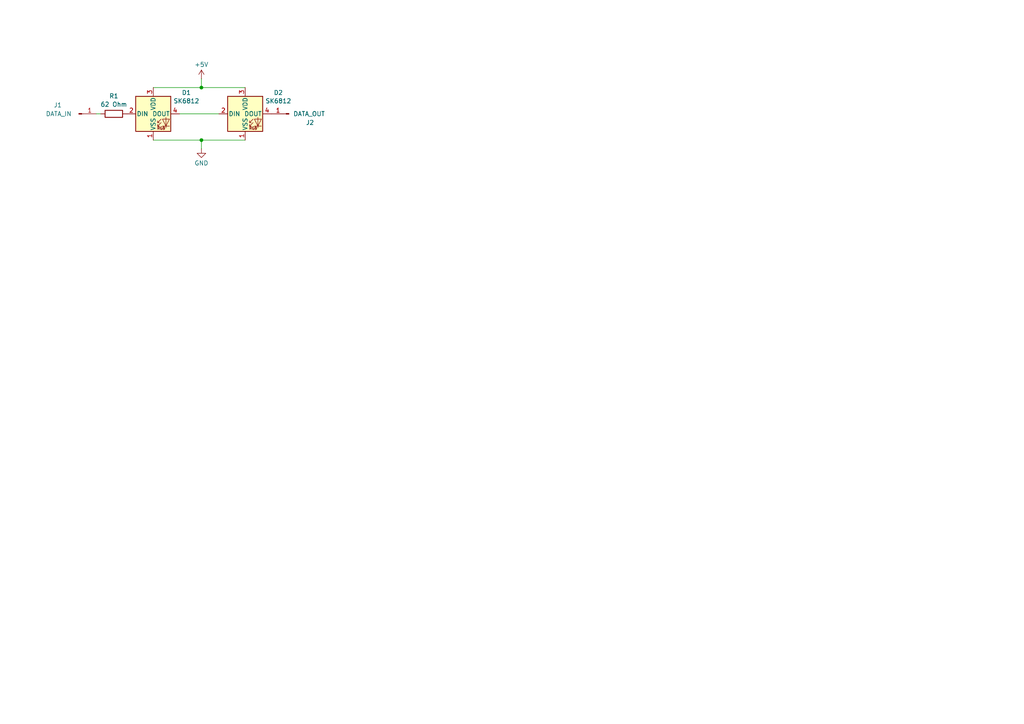
<source format=kicad_sch>
(kicad_sch (version 20231120) (generator "eeschema") (generator_version "8.0")
  (paper "A4")
  (lib_symbols
    (symbol "Connector:Conn_01x01_Pin" (pin_names (offset 1.016) hide)
      (property "Reference" "J" (at 0 2.54 0))
      (property "Value" "Conn_01x01_Pin" (at 0 -2.54 0))
      (symbol "Conn_01x01_Pin_1_1"
        (polyline (pts (xy 1.27 0) (xy 0.8636 0)) (stroke (width 0.1524)))
        (rectangle (start 0.8636 0.127) (end 0 -0.127) (stroke (width 0.1524)) (fill (type outline)))
        (pin passive line (at 5.08 0 180) (length 3.81) (name "Pin_1") (number "1"))
      )
    )
    (symbol "Device:R" (pin_numbers hide) (pin_names (offset 0))
      (property "Reference" "R" (at 2.032 0 90))
      (property "Value" "R" (at 0 0 90))
      (symbol "R_0_1"
        (rectangle (start -1.016 -2.54) (end 1.016 2.54) (stroke (width 0.254)))
      )
      (symbol "R_1_1"
        (pin passive line (at 0 3.81 270) (length 1.27) (name "~") (number "1"))
        (pin passive line (at 0 -3.81 90) (length 1.27) (name "~") (number "2"))
      )
    )
    (symbol "LED:SK6812" (pin_names (offset 0.254))
      (property "Reference" "D" (at 5.08 5.715 0))
      (property "Value" "SK6812" (at 1.27 -5.715 0))
      (symbol "SK6812_0_0"
        (text "RGB" (at 2.286 -4.191 0) (effects (font (size 0.762 0.762))))
      )
      (symbol "SK6812_0_1"
        (polyline (pts (xy 1.27 -3.556) (xy 1.778 -3.556)))
        (polyline (pts (xy 1.27 -2.54) (xy 1.778 -2.54)))
        (polyline (pts (xy 4.699 -3.556) (xy 2.667 -3.556)))
        (polyline (pts (xy 2.286 -2.54) (xy 1.27 -3.556) (xy 1.27 -3.048)))
        (polyline (pts (xy 2.286 -1.524) (xy 1.27 -2.54) (xy 1.27 -2.032)))
        (polyline (pts (xy 3.683 -1.016) (xy 3.683 -3.556) (xy 3.683 -4.064)))
        (polyline (pts (xy 4.699 -1.524) (xy 2.667 -1.524) (xy 3.683 -3.556) (xy 4.699 -1.524)))
        (rectangle (start 5.08 5.08) (end -5.08 -5.08) (stroke (width 0.254)) (fill (type background)))
      )
      (symbol "SK6812_1_1"
        (pin power_in line (at 0 -7.62 90) (length 2.54) (name "VSS") (number "1"))
        (pin input line (at -7.62 0 0) (length 2.54) (name "DIN") (number "2"))
        (pin power_in line (at 0 7.62 270) (length 2.54) (name "VDD") (number "3"))
        (pin output line (at 7.62 0 180) (length 2.54) (name "DOUT") (number "4"))
      )
    )
    (symbol "power:+5V" (power) (pin_numbers hide) (pin_names (offset 0) hide)
      (property "Value" "+5V" (at 0 3.556 0))
      (symbol "+5V_0_1"
        (polyline (pts (xy -0.762 1.27) (xy 0 2.54)))
        (polyline (pts (xy 0 0) (xy 0 2.54)))
        (polyline (pts (xy 0 2.54) (xy 0.762 1.27)))
      )
      (symbol "+5V_1_1"
        (pin power_in line (at 0 0 90) (length 0) (name "~") (number "1"))
      )
    )
    (symbol "power:GND" (power) (pin_numbers hide) (pin_names (offset 0) hide)
      (property "Value" "GND" (at 0 -3.81 0))
      (symbol "GND_0_1"
        (polyline (pts (xy 0 0) (xy 0 -1.27) (xy 1.27 -1.27) (xy 0 -2.54) (xy -1.27 -1.27) (xy 0 -1.27)))
      )
      (symbol "GND_1_1"
        (pin power_in line (at 0 0 270) (length 0) (name "~") (number "1"))
      )
    )
  )
  (junction (at 58.42 40.64))
  (junction (at 58.42 25.4))
  (wire (pts (xy 29.21 33.02) (xy 27.94 33.02)))
  (wire (pts (xy 58.42 25.4) (xy 71.12 25.4)))
  (wire (pts (xy 58.42 40.64) (xy 71.12 40.64)))
  (wire (pts (xy 44.45 40.64) (xy 58.42 40.64)))
  (wire (pts (xy 44.45 25.4) (xy 58.42 25.4)))
  (wire (pts (xy 58.42 40.64) (xy 58.42 43.18)))
  (wire (pts (xy 52.07 33.02) (xy 63.5 33.02)))
  (wire (pts (xy 58.42 25.4) (xy 58.42 22.86)))
  (symbol (lib_id "Connector:Conn_01x01_Pin") (at 83.82 33.02 180) (unit 1)
    (property "Reference" "J2" (at 89.916 35.56 0))
    (property "Value" "DATA_OUT" (at 89.662 33.02 0))
    (property "Footprint" "Connector_PinHeader_2.54mm:PinHeader_1x01_P2.54mm_Vertical" (effects (hide yes)))
    (property "Description" "Generic connector, single row, 01x01, script generated" (effects (hide yes)))
  )
  (symbol (lib_id "LED:SK6812") (at 71.12 33.02 0) (unit 1)
    (property "Reference" "D2" (at 80.7319 26.875 0))
    (property "Value" "SK6812" (at 80.7319 29.2993 0))
    (property "Footprint" "LED_SMD:LED_SK6812_PLCC4_5.0x5.0mm_P3.2mm" (effects (hide yes)))
    (property "Datasheet" "https://cdn-shop.adafruit.com/product-files/1138/SK6812+LED+datasheet+.pdf" (effects (hide yes)))
    (property "Description" "RGB LED with integrated controller" (effects (hide yes)))
  )
  (symbol (lib_id "power:+5V") (at 58.42 22.86 0) (unit 1)
    (property "Reference" "#PWR01" (effects (hide yes)))
    (property "Value" "+5V" (at 58.42 18.7269 0))
    (property "Description" "Power symbol creates a global label with name \"+5V\"" (effects (hide yes)))
  )
  (symbol (lib_id "power:GND") (at 58.42 43.18 0) (unit 1)
    (property "Reference" "#PWR02" (effects (hide yes)))
    (property "Value" "GND" (at 58.42 47.3131 0))
    (property "Description" "Power symbol creates a global label with name \"GND\" , ground" (effects (hide yes)))
  )
  (symbol (lib_id "LED:SK6812") (at 44.45 33.02 0) (unit 1)
    (property "Reference" "D1" (at 54.0619 26.875 0))
    (property "Value" "SK6812" (at 54.0619 29.2993 0))
    (property "Footprint" "LED_SMD:LED_SK6812_PLCC4_5.0x5.0mm_P3.2mm" (effects (hide yes)))
    (property "Datasheet" "https://cdn-shop.adafruit.com/product-files/1138/SK6812+LED+datasheet+.pdf" (effects (hide yes)))
    (property "Description" "RGB LED with integrated controller" (effects (hide yes)))
  )
  (symbol (lib_id "Connector:Conn_01x01_Pin") (at 22.86 33.02 0) (unit 1)
    (property "Reference" "J1" (at 16.764 30.48 0))
    (property "Value" "DATA_IN" (at 17.018 33.02 0))
    (property "Footprint" "Connector_PinHeader_2.54mm:PinHeader_1x01_P2.54mm_Vertical" (effects (hide yes)))
    (property "Description" "Generic connector, single row, 01x01, script generated" (effects (hide yes)))
  )
  (symbol (lib_id "Device:R") (at 33.02 33.02 90) (unit 1)
    (property "Reference" "R1" (at 33.02 27.8595 90))
    (property "Value" "62 Ohm" (at 33.02 30.2838 90))
    (property "Footprint" "Resistor_SMD:R_1206_3216Metric" (effects (hide yes)))
    (property "Description" "Resistor" (effects (hide yes)))
  )
)
</source>
